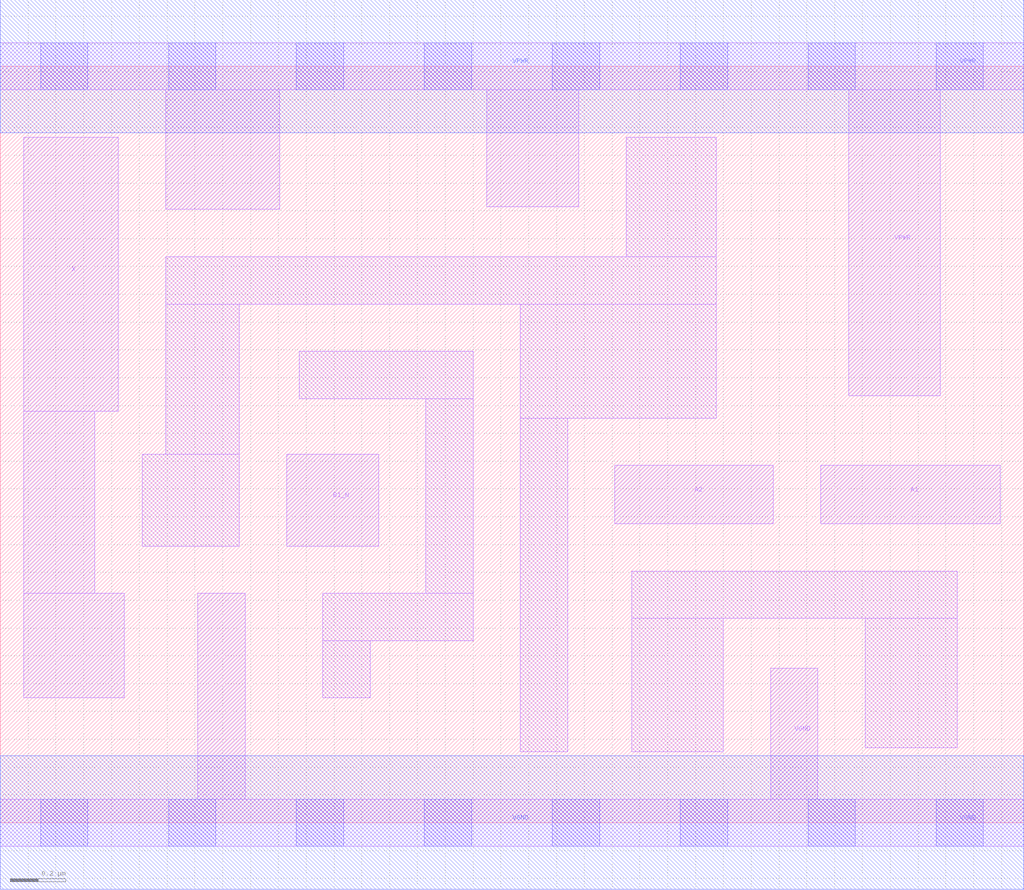
<source format=lef>
# Copyright 2020 The SkyWater PDK Authors
#
# Licensed under the Apache License, Version 2.0 (the "License");
# you may not use this file except in compliance with the License.
# You may obtain a copy of the License at
#
#     https://www.apache.org/licenses/LICENSE-2.0
#
# Unless required by applicable law or agreed to in writing, software
# distributed under the License is distributed on an "AS IS" BASIS,
# WITHOUT WARRANTIES OR CONDITIONS OF ANY KIND, either express or implied.
# See the License for the specific language governing permissions and
# limitations under the License.
#
# SPDX-License-Identifier: Apache-2.0

VERSION 5.7 ;
  NAMESCASESENSITIVE ON ;
  NOWIREEXTENSIONATPIN ON ;
  DIVIDERCHAR "/" ;
  BUSBITCHARS "[]" ;
UNITS
  DATABASE MICRONS 200 ;
END UNITS
MACRO sky130_fd_sc_hd__o21ba_1
  CLASS CORE ;
  SOURCE USER ;
  FOREIGN sky130_fd_sc_hd__o21ba_1 ;
  ORIGIN  0.000000  0.000000 ;
  SIZE  3.680000 BY  2.720000 ;
  SYMMETRY X Y R90 ;
  SITE unithd ;
  PIN A1
    ANTENNAGATEAREA  0.247500 ;
    DIRECTION INPUT ;
    USE SIGNAL ;
    PORT
      LAYER li1 ;
        RECT 2.950000 1.075000 3.595000 1.285000 ;
    END
  END A1
  PIN A2
    ANTENNAGATEAREA  0.247500 ;
    DIRECTION INPUT ;
    USE SIGNAL ;
    PORT
      LAYER li1 ;
        RECT 2.210000 1.075000 2.780000 1.285000 ;
    END
  END A2
  PIN B1_N
    ANTENNAGATEAREA  0.126000 ;
    DIRECTION INPUT ;
    USE SIGNAL ;
    PORT
      LAYER li1 ;
        RECT 1.030000 0.995000 1.360000 1.325000 ;
    END
  END B1_N
  PIN X
    ANTENNADIFFAREA  0.429000 ;
    DIRECTION OUTPUT ;
    USE SIGNAL ;
    PORT
      LAYER li1 ;
        RECT 0.085000 0.450000 0.445000 0.825000 ;
        RECT 0.085000 0.825000 0.340000 1.480000 ;
        RECT 0.085000 1.480000 0.425000 2.465000 ;
    END
  END X
  PIN VGND
    DIRECTION INOUT ;
    SHAPE ABUTMENT ;
    USE GROUND ;
    PORT
      LAYER li1 ;
        RECT 0.000000 -0.085000 3.680000 0.085000 ;
        RECT 0.710000  0.085000 0.880000 0.825000 ;
        RECT 2.770000  0.085000 2.940000 0.555000 ;
      LAYER mcon ;
        RECT 0.145000 -0.085000 0.315000 0.085000 ;
        RECT 0.605000 -0.085000 0.775000 0.085000 ;
        RECT 1.065000 -0.085000 1.235000 0.085000 ;
        RECT 1.525000 -0.085000 1.695000 0.085000 ;
        RECT 1.985000 -0.085000 2.155000 0.085000 ;
        RECT 2.445000 -0.085000 2.615000 0.085000 ;
        RECT 2.905000 -0.085000 3.075000 0.085000 ;
        RECT 3.365000 -0.085000 3.535000 0.085000 ;
      LAYER met1 ;
        RECT 0.000000 -0.240000 3.680000 0.240000 ;
    END
  END VGND
  PIN VPWR
    DIRECTION INOUT ;
    SHAPE ABUTMENT ;
    USE POWER ;
    PORT
      LAYER li1 ;
        RECT 0.000000 2.635000 3.680000 2.805000 ;
        RECT 0.595000 2.205000 1.005000 2.635000 ;
        RECT 1.750000 2.215000 2.080000 2.635000 ;
        RECT 3.050000 1.535000 3.380000 2.635000 ;
      LAYER mcon ;
        RECT 0.145000 2.635000 0.315000 2.805000 ;
        RECT 0.605000 2.635000 0.775000 2.805000 ;
        RECT 1.065000 2.635000 1.235000 2.805000 ;
        RECT 1.525000 2.635000 1.695000 2.805000 ;
        RECT 1.985000 2.635000 2.155000 2.805000 ;
        RECT 2.445000 2.635000 2.615000 2.805000 ;
        RECT 2.905000 2.635000 3.075000 2.805000 ;
        RECT 3.365000 2.635000 3.535000 2.805000 ;
      LAYER met1 ;
        RECT 0.000000 2.480000 3.680000 2.960000 ;
    END
  END VPWR
  OBS
    LAYER li1 ;
      RECT 0.510000 0.995000 0.860000 1.325000 ;
      RECT 0.595000 1.325000 0.860000 1.865000 ;
      RECT 0.595000 1.865000 2.575000 2.035000 ;
      RECT 1.075000 1.525000 1.700000 1.695000 ;
      RECT 1.160000 0.450000 1.330000 0.655000 ;
      RECT 1.160000 0.655000 1.700000 0.825000 ;
      RECT 1.530000 0.825000 1.700000 1.525000 ;
      RECT 1.870000 0.255000 2.040000 1.455000 ;
      RECT 1.870000 1.455000 2.575000 1.865000 ;
      RECT 2.250000 2.035000 2.575000 2.465000 ;
      RECT 2.270000 0.255000 2.600000 0.735000 ;
      RECT 2.270000 0.735000 3.440000 0.905000 ;
      RECT 3.110000 0.270000 3.440000 0.735000 ;
  END
END sky130_fd_sc_hd__o21ba_1
END LIBRARY

</source>
